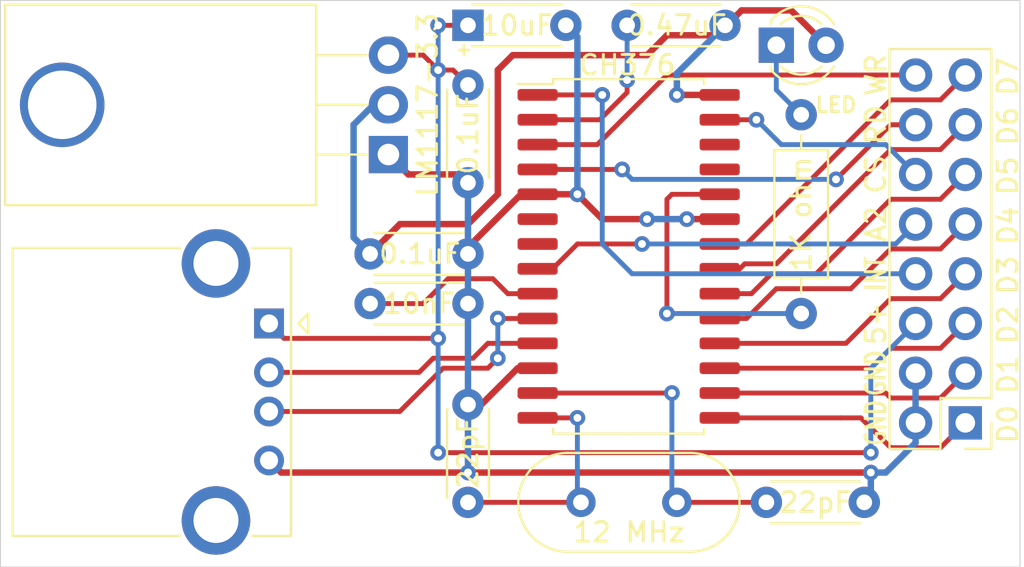
<source format=kicad_pcb>
(kicad_pcb (version 20171130) (host pcbnew "(5.1.8)-1")

  (general
    (thickness 1.6)
    (drawings 23)
    (tracks 196)
    (zones 0)
    (modules 14)
    (nets 29)
  )

  (page A4)
  (layers
    (0 F.Cu signal)
    (31 B.Cu signal)
    (32 B.Adhes user)
    (33 F.Adhes user)
    (34 B.Paste user)
    (35 F.Paste user)
    (36 B.SilkS user)
    (37 F.SilkS user)
    (38 B.Mask user)
    (39 F.Mask user)
    (40 Dwgs.User user)
    (41 Cmts.User user)
    (42 Eco1.User user)
    (43 Eco2.User user)
    (44 Edge.Cuts user)
    (45 Margin user)
    (46 B.CrtYd user)
    (47 F.CrtYd user)
    (48 B.Fab user)
    (49 F.Fab user)
  )

  (setup
    (last_trace_width 0.25)
    (trace_clearance 0.2)
    (zone_clearance 0.508)
    (zone_45_only no)
    (trace_min 0.2)
    (via_size 0.8)
    (via_drill 0.4)
    (via_min_size 0.4)
    (via_min_drill 0.3)
    (uvia_size 0.3)
    (uvia_drill 0.1)
    (uvias_allowed no)
    (uvia_min_size 0.2)
    (uvia_min_drill 0.1)
    (edge_width 0.05)
    (segment_width 0.2)
    (pcb_text_width 0.3)
    (pcb_text_size 1.5 1.5)
    (mod_edge_width 0.12)
    (mod_text_size 1 1)
    (mod_text_width 0.15)
    (pad_size 4.318 4.318)
    (pad_drill 3.500001)
    (pad_to_mask_clearance 0)
    (aux_axis_origin 0 0)
    (visible_elements 7FFFFFFF)
    (pcbplotparams
      (layerselection 0x010fc_ffffffff)
      (usegerberextensions false)
      (usegerberattributes false)
      (usegerberadvancedattributes true)
      (creategerberjobfile true)
      (excludeedgelayer true)
      (linewidth 0.100000)
      (plotframeref false)
      (viasonmask false)
      (mode 1)
      (useauxorigin false)
      (hpglpennumber 1)
      (hpglpenspeed 20)
      (hpglpendiameter 15.000000)
      (psnegative false)
      (psa4output false)
      (plotreference true)
      (plotvalue true)
      (plotinvisibletext false)
      (padsonsilk false)
      (subtractmaskfromsilk false)
      (outputformat 1)
      (mirror false)
      (drillshape 0)
      (scaleselection 1)
      (outputdirectory "Gerber/"))
  )

  (net 0 "")
  (net 1 /3v3)
  (net 2 /CS)
  (net 3 /LED_PIN)
  (net 4 /GND)
  (net 5 /D7)
  (net 6 /D6)
  (net 7 /D5)
  (net 8 /D4)
  (net 9 /D3)
  (net 10 /D2)
  (net 11 /D1)
  (net 12 /D0)
  (net 13 /D-)
  (net 14 /D+)
  (net 15 /A0)
  (net 16 /RD)
  (net 17 /WR)
  (net 18 /INT)
  (net 19 /5+)
  (net 20 /LED)
  (net 21 "Net-(U1-Pad26)")
  (net 22 "Net-(U1-Pad25)")
  (net 23 /XO)
  (net 24 /XI)
  (net 25 /PIN_9)
  (net 26 "Net-(U1-Pad7)")
  (net 27 "Net-(U1-Pad6)")
  (net 28 /RST)

  (net_class Default "This is the default net class."
    (clearance 0.2)
    (trace_width 0.25)
    (via_dia 0.8)
    (via_drill 0.4)
    (uvia_dia 0.3)
    (uvia_drill 0.1)
    (add_net /3v3)
    (add_net /5+)
    (add_net /A0)
    (add_net /CS)
    (add_net /D+)
    (add_net /D-)
    (add_net /D0)
    (add_net /D1)
    (add_net /D2)
    (add_net /D3)
    (add_net /D4)
    (add_net /D5)
    (add_net /D6)
    (add_net /D7)
    (add_net /GND)
    (add_net /INT)
    (add_net /LED)
    (add_net /LED_PIN)
    (add_net /PIN_9)
    (add_net /RD)
    (add_net /RST)
    (add_net /WR)
    (add_net /XI)
    (add_net /XO)
    (add_net "Net-(U1-Pad25)")
    (add_net "Net-(U1-Pad26)")
    (add_net "Net-(U1-Pad6)")
    (add_net "Net-(U1-Pad7)")
  )

  (module Package_TO_SOT_THT:TO-220-3_Horizontal_TabDown (layer F.Cu) (tedit 62A79036) (tstamp 62A78EAD)
    (at 143.764 92.202 90)
    (descr "TO-220-3, Horizontal, RM 2.54mm, see https://www.vishay.com/docs/66542/to-220-1.pdf")
    (tags "TO-220-3 Horizontal RM 2.54mm")
    (path /62A6FF9E)
    (fp_text reference U2 (at 2.54 -20.58 90) (layer F.SilkS) hide
      (effects (font (size 1 1) (thickness 0.15)))
    )
    (fp_text value LM1117-3.3 (at 2.54 2 90) (layer F.SilkS)
      (effects (font (size 1 1) (thickness 0.15)))
    )
    (fp_line (start 7.79 -19.71) (end -2.71 -19.71) (layer F.CrtYd) (width 0.05))
    (fp_line (start 7.79 1.25) (end 7.79 -19.71) (layer F.CrtYd) (width 0.05))
    (fp_line (start -2.71 1.25) (end 7.79 1.25) (layer F.CrtYd) (width 0.05))
    (fp_line (start -2.71 -19.71) (end -2.71 1.25) (layer F.CrtYd) (width 0.05))
    (fp_line (start 5.08 -3.69) (end 5.08 -1.15) (layer F.SilkS) (width 0.12))
    (fp_line (start 2.54 -3.69) (end 2.54 -1.15) (layer F.SilkS) (width 0.12))
    (fp_line (start 0 -3.69) (end 0 -1.15) (layer F.SilkS) (width 0.12))
    (fp_line (start 7.66 -19.58) (end 7.66 -3.69) (layer F.SilkS) (width 0.12))
    (fp_line (start -2.58 -19.58) (end -2.58 -3.69) (layer F.SilkS) (width 0.12))
    (fp_line (start -2.58 -19.58) (end 7.66 -19.58) (layer F.SilkS) (width 0.12))
    (fp_line (start -2.58 -3.69) (end 7.66 -3.69) (layer F.SilkS) (width 0.12))
    (fp_line (start 5.08 -3.81) (end 5.08 0) (layer F.Fab) (width 0.1))
    (fp_line (start 2.54 -3.81) (end 2.54 0) (layer F.Fab) (width 0.1))
    (fp_line (start 0 -3.81) (end 0 0) (layer F.Fab) (width 0.1))
    (fp_line (start 7.54 -3.81) (end -2.46 -3.81) (layer F.Fab) (width 0.1))
    (fp_line (start 7.54 -13.06) (end 7.54 -3.81) (layer F.Fab) (width 0.1))
    (fp_line (start -2.46 -13.06) (end 7.54 -13.06) (layer F.Fab) (width 0.1))
    (fp_line (start -2.46 -3.81) (end -2.46 -13.06) (layer F.Fab) (width 0.1))
    (fp_line (start 7.54 -13.06) (end -2.46 -13.06) (layer F.Fab) (width 0.1))
    (fp_line (start 7.54 -19.46) (end 7.54 -13.06) (layer F.Fab) (width 0.1))
    (fp_line (start -2.46 -19.46) (end 7.54 -19.46) (layer F.Fab) (width 0.1))
    (fp_line (start -2.46 -13.06) (end -2.46 -19.46) (layer F.Fab) (width 0.1))
    (fp_circle (center 2.54 -16.66) (end 4.39 -16.66) (layer F.Fab) (width 0.1))
    (fp_text user %R (at 2.54 -20.58 90) (layer F.Fab) hide
      (effects (font (size 1 1) (thickness 0.15)))
    )
    (pad 3 thru_hole oval (at 5.08 0 90) (size 1.905 2) (drill 1.1) (layers *.Cu *.Mask)
      (net 19 /5+))
    (pad 2 thru_hole oval (at 2.54 0 90) (size 1.905 2) (drill 1.1) (layers *.Cu *.Mask)
      (net 1 /3v3))
    (pad 1 thru_hole rect (at 0 0 90) (size 1.905 2) (drill 1.1) (layers *.Cu *.Mask)
      (net 4 /GND))
    (pad "" thru_hole oval (at 2.54 -16.66 90) (size 4.318 4.318) (drill 3.500001) (layers *.Cu *.Mask))
    (model ${KISYS3DMOD}/Package_TO_SOT_THT.3dshapes/TO-220-3_Horizontal_TabDown.wrl
      (at (xyz 0 0 0))
      (scale (xyz 1 1 1))
      (rotate (xyz 0 0 0))
    )
  )

  (module Capacitor_THT:C_Disc_D4.3mm_W1.9mm_P5.00mm (layer F.Cu) (tedit 5AE50EF0) (tstamp 62A768D8)
    (at 147.828 109.982 90)
    (descr "C, Disc series, Radial, pin pitch=5.00mm, , diameter*width=4.3*1.9mm^2, Capacitor, http://www.vishay.com/docs/45233/krseries.pdf")
    (tags "C Disc series Radial pin pitch 5.00mm  diameter 4.3mm width 1.9mm Capacitor")
    (path /62A6DD7B)
    (fp_text reference C5 (at 2.5 -2.2 90) (layer F.SilkS) hide
      (effects (font (size 1 1) (thickness 0.15)))
    )
    (fp_text value 22pF (at 2.54 0 90) (layer F.SilkS)
      (effects (font (size 1 1) (thickness 0.15)))
    )
    (fp_line (start 6.05 -1.2) (end -1.05 -1.2) (layer F.CrtYd) (width 0.05))
    (fp_line (start 6.05 1.2) (end 6.05 -1.2) (layer F.CrtYd) (width 0.05))
    (fp_line (start -1.05 1.2) (end 6.05 1.2) (layer F.CrtYd) (width 0.05))
    (fp_line (start -1.05 -1.2) (end -1.05 1.2) (layer F.CrtYd) (width 0.05))
    (fp_line (start 4.77 1.055) (end 4.77 1.07) (layer F.SilkS) (width 0.12))
    (fp_line (start 4.77 -1.07) (end 4.77 -1.055) (layer F.SilkS) (width 0.12))
    (fp_line (start 0.23 1.055) (end 0.23 1.07) (layer F.SilkS) (width 0.12))
    (fp_line (start 0.23 -1.07) (end 0.23 -1.055) (layer F.SilkS) (width 0.12))
    (fp_line (start 0.23 1.07) (end 4.77 1.07) (layer F.SilkS) (width 0.12))
    (fp_line (start 0.23 -1.07) (end 4.77 -1.07) (layer F.SilkS) (width 0.12))
    (fp_line (start 4.65 -0.95) (end 0.35 -0.95) (layer F.Fab) (width 0.1))
    (fp_line (start 4.65 0.95) (end 4.65 -0.95) (layer F.Fab) (width 0.1))
    (fp_line (start 0.35 0.95) (end 4.65 0.95) (layer F.Fab) (width 0.1))
    (fp_line (start 0.35 -0.95) (end 0.35 0.95) (layer F.Fab) (width 0.1))
    (fp_text user %R (at 2.5 0 90) (layer F.Fab) hide
      (effects (font (size 0.86 0.86) (thickness 0.129)))
    )
    (pad 2 thru_hole circle (at 5 0 90) (size 1.6 1.6) (drill 0.8) (layers *.Cu *.Mask)
      (net 4 /GND))
    (pad 1 thru_hole circle (at 0 0 90) (size 1.6 1.6) (drill 0.8) (layers *.Cu *.Mask)
      (net 23 /XO))
    (model ${KISYS3DMOD}/Capacitor_THT.3dshapes/C_Disc_D4.3mm_W1.9mm_P5.00mm.wrl
      (at (xyz 0 0 0))
      (scale (xyz 1 1 1))
      (rotate (xyz 0 0 0))
    )
  )

  (module Capacitor_THT:C_Disc_D4.3mm_W1.9mm_P5.00mm (layer F.Cu) (tedit 5AE50EF0) (tstamp 62A768C3)
    (at 163.068 109.982)
    (descr "C, Disc series, Radial, pin pitch=5.00mm, , diameter*width=4.3*1.9mm^2, Capacitor, http://www.vishay.com/docs/45233/krseries.pdf")
    (tags "C Disc series Radial pin pitch 5.00mm  diameter 4.3mm width 1.9mm Capacitor")
    (path /62A74798)
    (fp_text reference C4 (at 2.5 -2.2) (layer F.SilkS) hide
      (effects (font (size 1 1) (thickness 0.15)))
    )
    (fp_text value 22pF (at 2.5 0) (layer F.SilkS)
      (effects (font (size 1 1) (thickness 0.15)))
    )
    (fp_line (start 6.05 -1.2) (end -1.05 -1.2) (layer F.CrtYd) (width 0.05))
    (fp_line (start 6.05 1.2) (end 6.05 -1.2) (layer F.CrtYd) (width 0.05))
    (fp_line (start -1.05 1.2) (end 6.05 1.2) (layer F.CrtYd) (width 0.05))
    (fp_line (start -1.05 -1.2) (end -1.05 1.2) (layer F.CrtYd) (width 0.05))
    (fp_line (start 4.77 1.055) (end 4.77 1.07) (layer F.SilkS) (width 0.12))
    (fp_line (start 4.77 -1.07) (end 4.77 -1.055) (layer F.SilkS) (width 0.12))
    (fp_line (start 0.23 1.055) (end 0.23 1.07) (layer F.SilkS) (width 0.12))
    (fp_line (start 0.23 -1.07) (end 0.23 -1.055) (layer F.SilkS) (width 0.12))
    (fp_line (start 0.23 1.07) (end 4.77 1.07) (layer F.SilkS) (width 0.12))
    (fp_line (start 0.23 -1.07) (end 4.77 -1.07) (layer F.SilkS) (width 0.12))
    (fp_line (start 4.65 -0.95) (end 0.35 -0.95) (layer F.Fab) (width 0.1))
    (fp_line (start 4.65 0.95) (end 4.65 -0.95) (layer F.Fab) (width 0.1))
    (fp_line (start 0.35 0.95) (end 4.65 0.95) (layer F.Fab) (width 0.1))
    (fp_line (start 0.35 -0.95) (end 0.35 0.95) (layer F.Fab) (width 0.1))
    (fp_text user %R (at 2.5 0) (layer F.Fab) hide
      (effects (font (size 0.86 0.86) (thickness 0.129)))
    )
    (pad 2 thru_hole circle (at 5 0) (size 1.6 1.6) (drill 0.8) (layers *.Cu *.Mask)
      (net 4 /GND))
    (pad 1 thru_hole circle (at 0 0) (size 1.6 1.6) (drill 0.8) (layers *.Cu *.Mask)
      (net 24 /XI))
    (model ${KISYS3DMOD}/Capacitor_THT.3dshapes/C_Disc_D4.3mm_W1.9mm_P5.00mm.wrl
      (at (xyz 0 0 0))
      (scale (xyz 1 1 1))
      (rotate (xyz 0 0 0))
    )
  )

  (module Capacitor_THT:C_Disc_D4.3mm_W1.9mm_P5.00mm (layer F.Cu) (tedit 62A763D8) (tstamp 62A768AE)
    (at 147.828 85.598)
    (descr "C, Disc series, Radial, pin pitch=5.00mm, , diameter*width=4.3*1.9mm^2, Capacitor, http://www.vishay.com/docs/45233/krseries.pdf")
    (tags "C Disc series Radial pin pitch 5.00mm  diameter 4.3mm width 1.9mm Capacitor")
    (path /62A6E0AD)
    (fp_text reference C3 (at 2.5 -2.2) (layer F.SilkS) hide
      (effects (font (size 1 1) (thickness 0.15)))
    )
    (fp_text value 10uF (at 2.5 0) (layer F.SilkS)
      (effects (font (size 1 1) (thickness 0.15)))
    )
    (fp_line (start 6.05 -1.2) (end -1.05 -1.2) (layer F.CrtYd) (width 0.05))
    (fp_line (start 6.05 1.2) (end 6.05 -1.2) (layer F.CrtYd) (width 0.05))
    (fp_line (start -1.05 1.2) (end 6.05 1.2) (layer F.CrtYd) (width 0.05))
    (fp_line (start -1.05 -1.2) (end -1.05 1.2) (layer F.CrtYd) (width 0.05))
    (fp_line (start 4.77 1.055) (end 4.77 1.07) (layer F.SilkS) (width 0.12))
    (fp_line (start 4.77 -1.07) (end 4.77 -1.055) (layer F.SilkS) (width 0.12))
    (fp_line (start 0.23 1.055) (end 0.23 1.07) (layer F.SilkS) (width 0.12))
    (fp_line (start 0.23 -1.07) (end 0.23 -1.055) (layer F.SilkS) (width 0.12))
    (fp_line (start 0.23 1.07) (end 4.77 1.07) (layer F.SilkS) (width 0.12))
    (fp_line (start 0.23 -1.07) (end 4.77 -1.07) (layer F.SilkS) (width 0.12))
    (fp_line (start 4.65 -0.95) (end 0.35 -0.95) (layer F.Fab) (width 0.1))
    (fp_line (start 4.65 0.95) (end 4.65 -0.95) (layer F.Fab) (width 0.1))
    (fp_line (start 0.35 0.95) (end 4.65 0.95) (layer F.Fab) (width 0.1))
    (fp_line (start 0.35 -0.95) (end 0.35 0.95) (layer F.Fab) (width 0.1))
    (fp_text user %R (at 2.5 0) (layer F.Fab) hide
      (effects (font (size 0.86 0.86) (thickness 0.129)))
    )
    (pad 2 thru_hole circle (at 5 0) (size 1.6 1.6) (drill 0.8) (layers *.Cu *.Mask)
      (net 4 /GND))
    (pad 1 thru_hole rect (at 0 0) (size 1.6 1.6) (drill 0.8) (layers *.Cu *.Mask)
      (net 19 /5+))
    (model ${KISYS3DMOD}/Capacitor_THT.3dshapes/C_Disc_D4.3mm_W1.9mm_P5.00mm.wrl
      (at (xyz 0 0 0))
      (scale (xyz 1 1 1))
      (rotate (xyz 0 0 0))
    )
  )

  (module Capacitor_THT:C_Disc_D4.3mm_W1.9mm_P5.00mm (layer F.Cu) (tedit 5AE50EF0) (tstamp 62A76899)
    (at 142.828 99.822)
    (descr "C, Disc series, Radial, pin pitch=5.00mm, , diameter*width=4.3*1.9mm^2, Capacitor, http://www.vishay.com/docs/45233/krseries.pdf")
    (tags "C Disc series Radial pin pitch 5.00mm  diameter 4.3mm width 1.9mm Capacitor")
    (path /62A73B27)
    (fp_text reference C2 (at 2.5 -2.2) (layer F.SilkS) hide
      (effects (font (size 1 1) (thickness 0.15)))
    )
    (fp_text value 10nF (at 2.5 0) (layer F.SilkS)
      (effects (font (size 1 1) (thickness 0.15)))
    )
    (fp_line (start 6.05 -1.2) (end -1.05 -1.2) (layer F.CrtYd) (width 0.05))
    (fp_line (start 6.05 1.2) (end 6.05 -1.2) (layer F.CrtYd) (width 0.05))
    (fp_line (start -1.05 1.2) (end 6.05 1.2) (layer F.CrtYd) (width 0.05))
    (fp_line (start -1.05 -1.2) (end -1.05 1.2) (layer F.CrtYd) (width 0.05))
    (fp_line (start 4.77 1.055) (end 4.77 1.07) (layer F.SilkS) (width 0.12))
    (fp_line (start 4.77 -1.07) (end 4.77 -1.055) (layer F.SilkS) (width 0.12))
    (fp_line (start 0.23 1.055) (end 0.23 1.07) (layer F.SilkS) (width 0.12))
    (fp_line (start 0.23 -1.07) (end 0.23 -1.055) (layer F.SilkS) (width 0.12))
    (fp_line (start 0.23 1.07) (end 4.77 1.07) (layer F.SilkS) (width 0.12))
    (fp_line (start 0.23 -1.07) (end 4.77 -1.07) (layer F.SilkS) (width 0.12))
    (fp_line (start 4.65 -0.95) (end 0.35 -0.95) (layer F.Fab) (width 0.1))
    (fp_line (start 4.65 0.95) (end 4.65 -0.95) (layer F.Fab) (width 0.1))
    (fp_line (start 0.35 0.95) (end 4.65 0.95) (layer F.Fab) (width 0.1))
    (fp_line (start 0.35 -0.95) (end 0.35 0.95) (layer F.Fab) (width 0.1))
    (fp_text user %R (at 2.5 0) (layer F.Fab) hide
      (effects (font (size 0.86 0.86) (thickness 0.129)))
    )
    (pad 2 thru_hole circle (at 5 0) (size 1.6 1.6) (drill 0.8) (layers *.Cu *.Mask)
      (net 4 /GND))
    (pad 1 thru_hole circle (at 0 0) (size 1.6 1.6) (drill 0.8) (layers *.Cu *.Mask)
      (net 25 /PIN_9))
    (model ${KISYS3DMOD}/Capacitor_THT.3dshapes/C_Disc_D4.3mm_W1.9mm_P5.00mm.wrl
      (at (xyz 0 0 0))
      (scale (xyz 1 1 1))
      (rotate (xyz 0 0 0))
    )
  )

  (module Capacitor_THT:C_Disc_D4.3mm_W1.9mm_P5.00mm (layer F.Cu) (tedit 5AE50EF0) (tstamp 62A76884)
    (at 160.956 85.598 180)
    (descr "C, Disc series, Radial, pin pitch=5.00mm, , diameter*width=4.3*1.9mm^2, Capacitor, http://www.vishay.com/docs/45233/krseries.pdf")
    (tags "C Disc series Radial pin pitch 5.00mm  diameter 4.3mm width 1.9mm Capacitor")
    (path /62A76E19)
    (fp_text reference C1 (at 2.5 -2.2) (layer F.SilkS) hide
      (effects (font (size 1 1) (thickness 0.15)))
    )
    (fp_text value 0.47uF (at 2.46 0) (layer F.SilkS)
      (effects (font (size 1 1) (thickness 0.15)))
    )
    (fp_line (start 6.05 -1.2) (end -1.05 -1.2) (layer F.CrtYd) (width 0.05))
    (fp_line (start 6.05 1.2) (end 6.05 -1.2) (layer F.CrtYd) (width 0.05))
    (fp_line (start -1.05 1.2) (end 6.05 1.2) (layer F.CrtYd) (width 0.05))
    (fp_line (start -1.05 -1.2) (end -1.05 1.2) (layer F.CrtYd) (width 0.05))
    (fp_line (start 4.77 1.055) (end 4.77 1.07) (layer F.SilkS) (width 0.12))
    (fp_line (start 4.77 -1.07) (end 4.77 -1.055) (layer F.SilkS) (width 0.12))
    (fp_line (start 0.23 1.055) (end 0.23 1.07) (layer F.SilkS) (width 0.12))
    (fp_line (start 0.23 -1.07) (end 0.23 -1.055) (layer F.SilkS) (width 0.12))
    (fp_line (start 0.23 1.07) (end 4.77 1.07) (layer F.SilkS) (width 0.12))
    (fp_line (start 0.23 -1.07) (end 4.77 -1.07) (layer F.SilkS) (width 0.12))
    (fp_line (start 4.65 -0.95) (end 0.35 -0.95) (layer F.Fab) (width 0.1))
    (fp_line (start 4.65 0.95) (end 4.65 -0.95) (layer F.Fab) (width 0.1))
    (fp_line (start 0.35 0.95) (end 4.65 0.95) (layer F.Fab) (width 0.1))
    (fp_line (start 0.35 -0.95) (end 0.35 0.95) (layer F.Fab) (width 0.1))
    (fp_text user %R (at 2.5 0) (layer F.Fab) hide
      (effects (font (size 0.86 0.86) (thickness 0.129)))
    )
    (pad 2 thru_hole circle (at 5 0 180) (size 1.6 1.6) (drill 0.8) (layers *.Cu *.Mask)
      (net 28 /RST))
    (pad 1 thru_hole circle (at 0 0 180) (size 1.6 1.6) (drill 0.8) (layers *.Cu *.Mask)
      (net 1 /3v3))
    (model ${KISYS3DMOD}/Capacitor_THT.3dshapes/C_Disc_D4.3mm_W1.9mm_P5.00mm.wrl
      (at (xyz 0 0 0))
      (scale (xyz 1 1 1))
      (rotate (xyz 0 0 0))
    )
  )

  (module Connector_USB:USB_A_CONNFLY_DS1095-WNR0 (layer F.Cu) (tedit 5E39FFBD) (tstamp 62A6B5AB)
    (at 137.668 100.838 270)
    (descr http://www.connfly.com/userfiles/image/UpLoadFile/File/2013/5/6/DS1095.pdf)
    (tags "USB-A receptacle horizontal through-hole")
    (path /62A72611)
    (fp_text reference USB1 (at -1.95 -2.35 90) (layer F.SilkS) hide
      (effects (font (size 1 1) (thickness 0.15)))
    )
    (fp_text value Conn_01x04 (at 3.5 7 90) (layer F.Fab) hide
      (effects (font (size 1 1) (thickness 0.15)))
    )
    (fp_line (start -3.75 -0.13) (end -3.75 12.99) (layer F.Fab) (width 0.1))
    (fp_line (start 10.75 -1.01) (end 10.75 12.99) (layer F.Fab) (width 0.1))
    (fp_line (start -2.87 -1.01) (end 10.75 -1.01) (layer F.Fab) (width 0.1))
    (fp_line (start -3.75 12.99) (end 10.75 12.99) (layer F.Fab) (width 0.1))
    (fp_line (start -2.87 -1.01) (end -3.75 -0.13) (layer F.Fab) (width 0.1))
    (fp_line (start -5.32 -1.51) (end -5.32 13.49) (layer F.CrtYd) (width 0.05))
    (fp_line (start 12.32 13.49) (end -5.32 13.49) (layer F.CrtYd) (width 0.05))
    (fp_line (start 12.32 -1.51) (end 12.32 13.49) (layer F.CrtYd) (width 0.05))
    (fp_line (start -5.32 -1.51) (end 12.32 -1.51) (layer F.CrtYd) (width 0.05))
    (fp_line (start -3.86 4.56) (end -3.86 13.1) (layer F.SilkS) (width 0.12))
    (fp_line (start -3.86 13.1) (end 10.86 13.1) (layer F.SilkS) (width 0.12))
    (fp_line (start 10.86 4.56) (end 10.86 13.1) (layer F.SilkS) (width 0.12))
    (fp_line (start -3.86 -1.12) (end 10.86 -1.12) (layer F.SilkS) (width 0.12))
    (fp_line (start -3.86 -1.12) (end -3.86 0.86) (layer F.SilkS) (width 0.12))
    (fp_line (start 10.86 0.86) (end 10.86 -1.12) (layer F.SilkS) (width 0.12))
    (fp_line (start -0.5 -2) (end 0 -1.5) (layer F.SilkS) (width 0.12))
    (fp_line (start 0 -1.5) (end 0.5 -2) (layer F.SilkS) (width 0.12))
    (fp_line (start 0.5 -2) (end -0.5 -2) (layer F.SilkS) (width 0.12))
    (fp_text user %R (at 3.5 5 90) (layer F.Fab) hide
      (effects (font (size 1 1) (thickness 0.15)))
    )
    (pad 4 thru_hole circle (at 7 0 270) (size 1.524 1.524) (drill 0.92) (layers *.Cu *.Mask)
      (net 4 /GND))
    (pad 3 thru_hole circle (at 4.5 0 270) (size 1.524 1.524) (drill 0.92) (layers *.Cu *.Mask)
      (net 14 /D+))
    (pad 2 thru_hole circle (at 2.5 0 270) (size 1.524 1.524) (drill 0.92) (layers *.Cu *.Mask)
      (net 13 /D-))
    (pad 1 thru_hole rect (at 0 0 270) (size 1.524 1.524) (drill 0.92) (layers *.Cu *.Mask)
      (net 19 /5+))
    (pad 5 thru_hole circle (at -3.07 2.71 270) (size 3.5 3.5) (drill 2.3) (layers *.Cu *.Mask))
    (pad 5 thru_hole circle (at 10.07 2.71 270) (size 3.5 3.5) (drill 2.3) (layers *.Cu *.Mask))
    (model ${KISYS3DMOD}/Connector_USB.3dshapes/USB_A_CONNFLY_DS1095-WNR0.wrl
      (at (xyz 0 0 0))
      (scale (xyz 1 1 1))
      (rotate (xyz 0 0 0))
    )
  )

  (module Crystal:Crystal_HC18-U_Vertical (layer F.Cu) (tedit 5A1AD3B7) (tstamp 62A6AABC)
    (at 158.496 109.982 180)
    (descr "Crystal THT HC-18/U, http://5hertz.com/pdfs/04404_D.pdf")
    (tags "THT crystalHC-18/U")
    (path /62A74D7A)
    (fp_text reference Y2 (at 2.45 -3.525) (layer F.SilkS) hide
      (effects (font (size 1 1) (thickness 0.15)))
    )
    (fp_text value "12 MHz" (at 2.45 -1.524) (layer F.SilkS)
      (effects (font (size 1 1) (thickness 0.15)))
    )
    (fp_line (start -0.675 -2.325) (end 5.575 -2.325) (layer F.Fab) (width 0.1))
    (fp_line (start -0.675 2.325) (end 5.575 2.325) (layer F.Fab) (width 0.1))
    (fp_line (start -0.55 -2) (end 5.45 -2) (layer F.Fab) (width 0.1))
    (fp_line (start -0.55 2) (end 5.45 2) (layer F.Fab) (width 0.1))
    (fp_line (start -0.675 -2.525) (end 5.575 -2.525) (layer F.SilkS) (width 0.12))
    (fp_line (start -0.675 2.525) (end 5.575 2.525) (layer F.SilkS) (width 0.12))
    (fp_line (start -3.5 -2.8) (end -3.5 2.8) (layer F.CrtYd) (width 0.05))
    (fp_line (start -3.5 2.8) (end 8.4 2.8) (layer F.CrtYd) (width 0.05))
    (fp_line (start 8.4 2.8) (end 8.4 -2.8) (layer F.CrtYd) (width 0.05))
    (fp_line (start 8.4 -2.8) (end -3.5 -2.8) (layer F.CrtYd) (width 0.05))
    (fp_arc (start 5.575 0) (end 5.575 -2.525) (angle 180) (layer F.SilkS) (width 0.12))
    (fp_arc (start -0.675 0) (end -0.675 -2.525) (angle -180) (layer F.SilkS) (width 0.12))
    (fp_arc (start 5.45 0) (end 5.45 -2) (angle 180) (layer F.Fab) (width 0.1))
    (fp_arc (start -0.55 0) (end -0.55 -2) (angle -180) (layer F.Fab) (width 0.1))
    (fp_arc (start 5.575 0) (end 5.575 -2.325) (angle 180) (layer F.Fab) (width 0.1))
    (fp_arc (start -0.675 0) (end -0.675 -2.325) (angle -180) (layer F.Fab) (width 0.1))
    (fp_text user %R (at 2.45 0) (layer F.Fab) hide
      (effects (font (size 1 1) (thickness 0.15)))
    )
    (pad 2 thru_hole circle (at 4.9 0 180) (size 1.5 1.5) (drill 0.8) (layers *.Cu *.Mask)
      (net 23 /XO))
    (pad 1 thru_hole circle (at 0 0 180) (size 1.5 1.5) (drill 0.8) (layers *.Cu *.Mask)
      (net 24 /XI))
    (model ${KISYS3DMOD}/Crystal.3dshapes/Crystal_HC18-U_Vertical.wrl
      (at (xyz 0 0 0))
      (scale (xyz 1 1 1))
      (rotate (xyz 0 0 0))
    )
  )

  (module Package_SO:SOIC-28W_7.5x17.9mm_P1.27mm (layer F.Cu) (tedit 5D9F72B1) (tstamp 62A6AAA5)
    (at 156.034 97.409)
    (descr "SOIC, 28 Pin (JEDEC MS-013AE, https://www.analog.com/media/en/package-pcb-resources/package/35833120341221rw_28.pdf), generated with kicad-footprint-generator ipc_gullwing_generator.py")
    (tags "SOIC SO")
    (path /62A77ABA)
    (attr smd)
    (fp_text reference U1 (at 0 -9.9) (layer F.SilkS) hide
      (effects (font (size 1 1) (thickness 0.15)))
    )
    (fp_text value CH376 (at -0.078 -9.779) (layer F.SilkS)
      (effects (font (size 1 1) (thickness 0.15)))
    )
    (fp_line (start 0 9.06) (end 3.86 9.06) (layer F.SilkS) (width 0.12))
    (fp_line (start 3.86 9.06) (end 3.86 8.815) (layer F.SilkS) (width 0.12))
    (fp_line (start 0 9.06) (end -3.86 9.06) (layer F.SilkS) (width 0.12))
    (fp_line (start -3.86 9.06) (end -3.86 8.815) (layer F.SilkS) (width 0.12))
    (fp_line (start 0 -9.06) (end 3.86 -9.06) (layer F.SilkS) (width 0.12))
    (fp_line (start 3.86 -9.06) (end 3.86 -8.815) (layer F.SilkS) (width 0.12))
    (fp_line (start 0 -9.06) (end -3.86 -9.06) (layer F.SilkS) (width 0.12))
    (fp_line (start -3.86 -9.06) (end -3.86 -8.815) (layer F.SilkS) (width 0.12))
    (fp_line (start -3.86 -8.815) (end -5.675 -8.815) (layer F.SilkS) (width 0.12))
    (fp_line (start -2.75 -8.95) (end 3.75 -8.95) (layer F.Fab) (width 0.1))
    (fp_line (start 3.75 -8.95) (end 3.75 8.95) (layer F.Fab) (width 0.1))
    (fp_line (start 3.75 8.95) (end -3.75 8.95) (layer F.Fab) (width 0.1))
    (fp_line (start -3.75 8.95) (end -3.75 -7.95) (layer F.Fab) (width 0.1))
    (fp_line (start -3.75 -7.95) (end -2.75 -8.95) (layer F.Fab) (width 0.1))
    (fp_line (start -5.93 -9.2) (end -5.93 9.2) (layer F.CrtYd) (width 0.05))
    (fp_line (start -5.93 9.2) (end 5.93 9.2) (layer F.CrtYd) (width 0.05))
    (fp_line (start 5.93 9.2) (end 5.93 -9.2) (layer F.CrtYd) (width 0.05))
    (fp_line (start 5.93 -9.2) (end -5.93 -9.2) (layer F.CrtYd) (width 0.05))
    (fp_text user %R (at 0 0) (layer F.Fab) hide
      (effects (font (size 1 1) (thickness 0.15)))
    )
    (pad 28 smd roundrect (at 4.65 -8.255) (size 2.05 0.6) (layers F.Cu F.Paste F.Mask) (roundrect_rratio 0.25)
      (net 1 /3v3))
    (pad 27 smd roundrect (at 4.65 -6.985) (size 2.05 0.6) (layers F.Cu F.Paste F.Mask) (roundrect_rratio 0.25)
      (net 2 /CS))
    (pad 26 smd roundrect (at 4.65 -5.715) (size 2.05 0.6) (layers F.Cu F.Paste F.Mask) (roundrect_rratio 0.25)
      (net 21 "Net-(U1-Pad26)"))
    (pad 25 smd roundrect (at 4.65 -4.445) (size 2.05 0.6) (layers F.Cu F.Paste F.Mask) (roundrect_rratio 0.25)
      (net 22 "Net-(U1-Pad25)"))
    (pad 24 smd roundrect (at 4.65 -3.175) (size 2.05 0.6) (layers F.Cu F.Paste F.Mask) (roundrect_rratio 0.25)
      (net 3 /LED_PIN))
    (pad 23 smd roundrect (at 4.65 -1.905) (size 2.05 0.6) (layers F.Cu F.Paste F.Mask) (roundrect_rratio 0.25)
      (net 4 /GND))
    (pad 22 smd roundrect (at 4.65 -0.635) (size 2.05 0.6) (layers F.Cu F.Paste F.Mask) (roundrect_rratio 0.25)
      (net 5 /D7))
    (pad 21 smd roundrect (at 4.65 0.635) (size 2.05 0.6) (layers F.Cu F.Paste F.Mask) (roundrect_rratio 0.25)
      (net 6 /D6))
    (pad 20 smd roundrect (at 4.65 1.905) (size 2.05 0.6) (layers F.Cu F.Paste F.Mask) (roundrect_rratio 0.25)
      (net 7 /D5))
    (pad 19 smd roundrect (at 4.65 3.175) (size 2.05 0.6) (layers F.Cu F.Paste F.Mask) (roundrect_rratio 0.25)
      (net 8 /D4))
    (pad 18 smd roundrect (at 4.65 4.445) (size 2.05 0.6) (layers F.Cu F.Paste F.Mask) (roundrect_rratio 0.25)
      (net 9 /D3))
    (pad 17 smd roundrect (at 4.65 5.715) (size 2.05 0.6) (layers F.Cu F.Paste F.Mask) (roundrect_rratio 0.25)
      (net 10 /D2))
    (pad 16 smd roundrect (at 4.65 6.985) (size 2.05 0.6) (layers F.Cu F.Paste F.Mask) (roundrect_rratio 0.25)
      (net 11 /D1))
    (pad 15 smd roundrect (at 4.65 8.255) (size 2.05 0.6) (layers F.Cu F.Paste F.Mask) (roundrect_rratio 0.25)
      (net 12 /D0))
    (pad 14 smd roundrect (at -4.65 8.255) (size 2.05 0.6) (layers F.Cu F.Paste F.Mask) (roundrect_rratio 0.25)
      (net 23 /XO))
    (pad 13 smd roundrect (at -4.65 6.985) (size 2.05 0.6) (layers F.Cu F.Paste F.Mask) (roundrect_rratio 0.25)
      (net 24 /XI))
    (pad 12 smd roundrect (at -4.65 5.715) (size 2.05 0.6) (layers F.Cu F.Paste F.Mask) (roundrect_rratio 0.25)
      (net 4 /GND))
    (pad 11 smd roundrect (at -4.65 4.445) (size 2.05 0.6) (layers F.Cu F.Paste F.Mask) (roundrect_rratio 0.25)
      (net 13 /D-))
    (pad 10 smd roundrect (at -4.65 3.175) (size 2.05 0.6) (layers F.Cu F.Paste F.Mask) (roundrect_rratio 0.25)
      (net 14 /D+))
    (pad 9 smd roundrect (at -4.65 1.905) (size 2.05 0.6) (layers F.Cu F.Paste F.Mask) (roundrect_rratio 0.25)
      (net 25 /PIN_9))
    (pad 8 smd roundrect (at -4.65 0.635) (size 2.05 0.6) (layers F.Cu F.Paste F.Mask) (roundrect_rratio 0.25)
      (net 15 /A0))
    (pad 7 smd roundrect (at -4.65 -0.635) (size 2.05 0.6) (layers F.Cu F.Paste F.Mask) (roundrect_rratio 0.25)
      (net 26 "Net-(U1-Pad7)"))
    (pad 6 smd roundrect (at -4.65 -1.905) (size 2.05 0.6) (layers F.Cu F.Paste F.Mask) (roundrect_rratio 0.25)
      (net 27 "Net-(U1-Pad6)"))
    (pad 5 smd roundrect (at -4.65 -3.175) (size 2.05 0.6) (layers F.Cu F.Paste F.Mask) (roundrect_rratio 0.25)
      (net 4 /GND))
    (pad 4 smd roundrect (at -4.65 -4.445) (size 2.05 0.6) (layers F.Cu F.Paste F.Mask) (roundrect_rratio 0.25)
      (net 16 /RD))
    (pad 3 smd roundrect (at -4.65 -5.715) (size 2.05 0.6) (layers F.Cu F.Paste F.Mask) (roundrect_rratio 0.25)
      (net 17 /WR))
    (pad 2 smd roundrect (at -4.65 -6.985) (size 2.05 0.6) (layers F.Cu F.Paste F.Mask) (roundrect_rratio 0.25)
      (net 28 /RST))
    (pad 1 smd roundrect (at -4.65 -8.255) (size 2.05 0.6) (layers F.Cu F.Paste F.Mask) (roundrect_rratio 0.25)
      (net 18 /INT))
    (model ${KISYS3DMOD}/Package_SO.3dshapes/SOIC-28W_7.5x17.9mm_P1.27mm.wrl
      (at (xyz 0 0 0))
      (scale (xyz 1 1 1))
      (rotate (xyz 0 0 0))
    )
  )

  (module Resistor_THT:R_Axial_DIN0207_L6.3mm_D2.5mm_P10.16mm_Horizontal (layer F.Cu) (tedit 5AE5139B) (tstamp 62A6AA72)
    (at 164.846 90.17 270)
    (descr "Resistor, Axial_DIN0207 series, Axial, Horizontal, pin pitch=10.16mm, 0.25W = 1/4W, length*diameter=6.3*2.5mm^2, http://cdn-reichelt.de/documents/datenblatt/B400/1_4W%23YAG.pdf")
    (tags "Resistor Axial_DIN0207 series Axial Horizontal pin pitch 10.16mm 0.25W = 1/4W length 6.3mm diameter 2.5mm")
    (path /62A7DB58)
    (fp_text reference R2 (at 5.08 -2.37 90) (layer F.SilkS) hide
      (effects (font (size 1 1) (thickness 0.15)))
    )
    (fp_text value "1K ohm" (at 5.08 0 90) (layer F.SilkS)
      (effects (font (size 1 1) (thickness 0.15)))
    )
    (fp_line (start 1.93 -1.25) (end 1.93 1.25) (layer F.Fab) (width 0.1))
    (fp_line (start 1.93 1.25) (end 8.23 1.25) (layer F.Fab) (width 0.1))
    (fp_line (start 8.23 1.25) (end 8.23 -1.25) (layer F.Fab) (width 0.1))
    (fp_line (start 8.23 -1.25) (end 1.93 -1.25) (layer F.Fab) (width 0.1))
    (fp_line (start 0 0) (end 1.93 0) (layer F.Fab) (width 0.1))
    (fp_line (start 10.16 0) (end 8.23 0) (layer F.Fab) (width 0.1))
    (fp_line (start 1.81 -1.37) (end 1.81 1.37) (layer F.SilkS) (width 0.12))
    (fp_line (start 1.81 1.37) (end 8.35 1.37) (layer F.SilkS) (width 0.12))
    (fp_line (start 8.35 1.37) (end 8.35 -1.37) (layer F.SilkS) (width 0.12))
    (fp_line (start 8.35 -1.37) (end 1.81 -1.37) (layer F.SilkS) (width 0.12))
    (fp_line (start 1.04 0) (end 1.81 0) (layer F.SilkS) (width 0.12))
    (fp_line (start 9.12 0) (end 8.35 0) (layer F.SilkS) (width 0.12))
    (fp_line (start -1.05 -1.5) (end -1.05 1.5) (layer F.CrtYd) (width 0.05))
    (fp_line (start -1.05 1.5) (end 11.21 1.5) (layer F.CrtYd) (width 0.05))
    (fp_line (start 11.21 1.5) (end 11.21 -1.5) (layer F.CrtYd) (width 0.05))
    (fp_line (start 11.21 -1.5) (end -1.05 -1.5) (layer F.CrtYd) (width 0.05))
    (fp_text user %R (at 5.08 0 90) (layer F.Fab) hide
      (effects (font (size 1 1) (thickness 0.15)))
    )
    (pad 2 thru_hole oval (at 10.16 0 270) (size 1.6 1.6) (drill 0.8) (layers *.Cu *.Mask)
      (net 3 /LED_PIN))
    (pad 1 thru_hole circle (at 0 0 270) (size 1.6 1.6) (drill 0.8) (layers *.Cu *.Mask)
      (net 20 /LED))
    (model ${KISYS3DMOD}/Resistor_THT.3dshapes/R_Axial_DIN0207_L6.3mm_D2.5mm_P10.16mm_Horizontal.wrl
      (at (xyz 0 0 0))
      (scale (xyz 1 1 1))
      (rotate (xyz 0 0 0))
    )
  )

  (module Connector_PinHeader_2.54mm:PinHeader_2x08_P2.54mm_Vertical (layer F.Cu) (tedit 59FED5CC) (tstamp 62A6AA5B)
    (at 173.228 105.918 180)
    (descr "Through hole straight pin header, 2x08, 2.54mm pitch, double rows")
    (tags "Through hole pin header THT 2x08 2.54mm double row")
    (path /62A7F2FF)
    (fp_text reference P1 (at 1.27 -2.33) (layer F.SilkS) hide
      (effects (font (size 1 1) (thickness 0.15)))
    )
    (fp_text value HEADER (at 1.27 20.11) (layer F.Fab) hide
      (effects (font (size 1 1) (thickness 0.15)))
    )
    (fp_line (start 0 -1.27) (end 3.81 -1.27) (layer F.Fab) (width 0.1))
    (fp_line (start 3.81 -1.27) (end 3.81 19.05) (layer F.Fab) (width 0.1))
    (fp_line (start 3.81 19.05) (end -1.27 19.05) (layer F.Fab) (width 0.1))
    (fp_line (start -1.27 19.05) (end -1.27 0) (layer F.Fab) (width 0.1))
    (fp_line (start -1.27 0) (end 0 -1.27) (layer F.Fab) (width 0.1))
    (fp_line (start -1.33 19.11) (end 3.87 19.11) (layer F.SilkS) (width 0.12))
    (fp_line (start -1.33 1.27) (end -1.33 19.11) (layer F.SilkS) (width 0.12))
    (fp_line (start 3.87 -1.33) (end 3.87 19.11) (layer F.SilkS) (width 0.12))
    (fp_line (start -1.33 1.27) (end 1.27 1.27) (layer F.SilkS) (width 0.12))
    (fp_line (start 1.27 1.27) (end 1.27 -1.33) (layer F.SilkS) (width 0.12))
    (fp_line (start 1.27 -1.33) (end 3.87 -1.33) (layer F.SilkS) (width 0.12))
    (fp_line (start -1.33 0) (end -1.33 -1.33) (layer F.SilkS) (width 0.12))
    (fp_line (start -1.33 -1.33) (end 0 -1.33) (layer F.SilkS) (width 0.12))
    (fp_line (start -1.8 -1.8) (end -1.8 19.55) (layer F.CrtYd) (width 0.05))
    (fp_line (start -1.8 19.55) (end 4.35 19.55) (layer F.CrtYd) (width 0.05))
    (fp_line (start 4.35 19.55) (end 4.35 -1.8) (layer F.CrtYd) (width 0.05))
    (fp_line (start 4.35 -1.8) (end -1.8 -1.8) (layer F.CrtYd) (width 0.05))
    (fp_text user %R (at 1.27 8.89 90) (layer F.Fab) hide
      (effects (font (size 1 1) (thickness 0.15)))
    )
    (pad 16 thru_hole oval (at 2.54 17.78 180) (size 1.7 1.7) (drill 1) (layers *.Cu *.Mask)
      (net 17 /WR))
    (pad 15 thru_hole oval (at 0 17.78 180) (size 1.7 1.7) (drill 1) (layers *.Cu *.Mask)
      (net 5 /D7))
    (pad 14 thru_hole oval (at 2.54 15.24 180) (size 1.7 1.7) (drill 1) (layers *.Cu *.Mask)
      (net 16 /RD))
    (pad 13 thru_hole oval (at 0 15.24 180) (size 1.7 1.7) (drill 1) (layers *.Cu *.Mask)
      (net 6 /D6))
    (pad 12 thru_hole oval (at 2.54 12.7 180) (size 1.7 1.7) (drill 1) (layers *.Cu *.Mask)
      (net 2 /CS))
    (pad 11 thru_hole oval (at 0 12.7 180) (size 1.7 1.7) (drill 1) (layers *.Cu *.Mask)
      (net 7 /D5))
    (pad 10 thru_hole oval (at 2.54 10.16 180) (size 1.7 1.7) (drill 1) (layers *.Cu *.Mask)
      (net 15 /A0))
    (pad 9 thru_hole oval (at 0 10.16 180) (size 1.7 1.7) (drill 1) (layers *.Cu *.Mask)
      (net 8 /D4))
    (pad 8 thru_hole oval (at 2.54 7.62 180) (size 1.7 1.7) (drill 1) (layers *.Cu *.Mask)
      (net 18 /INT))
    (pad 7 thru_hole oval (at 0 7.62 180) (size 1.7 1.7) (drill 1) (layers *.Cu *.Mask)
      (net 9 /D3))
    (pad 6 thru_hole oval (at 2.54 5.08 180) (size 1.7 1.7) (drill 1) (layers *.Cu *.Mask)
      (net 19 /5+))
    (pad 5 thru_hole oval (at 0 5.08 180) (size 1.7 1.7) (drill 1) (layers *.Cu *.Mask)
      (net 10 /D2))
    (pad 4 thru_hole oval (at 2.54 2.54 180) (size 1.7 1.7) (drill 1) (layers *.Cu *.Mask)
      (net 4 /GND))
    (pad 3 thru_hole oval (at 0 2.54 180) (size 1.7 1.7) (drill 1) (layers *.Cu *.Mask)
      (net 11 /D1))
    (pad 2 thru_hole oval (at 2.54 0 180) (size 1.7 1.7) (drill 1) (layers *.Cu *.Mask)
      (net 4 /GND))
    (pad 1 thru_hole rect (at 0 0 180) (size 1.7 1.7) (drill 1) (layers *.Cu *.Mask)
      (net 12 /D0))
    (model ${KISYS3DMOD}/Connector_PinHeader_2.54mm.3dshapes/PinHeader_2x08_P2.54mm_Vertical.wrl
      (at (xyz 0 0 0))
      (scale (xyz 1 1 1))
      (rotate (xyz 0 0 0))
    )
  )

  (module LED_THT:LED_D3.0mm (layer F.Cu) (tedit 587A3A7B) (tstamp 62A6AA35)
    (at 163.576 86.614)
    (descr "LED, diameter 3.0mm, 2 pins")
    (tags "LED diameter 3.0mm 2 pins")
    (path /62A7C9C5)
    (fp_text reference D1 (at 1.27 -2.96) (layer F.SilkS) hide
      (effects (font (size 1 1) (thickness 0.15)))
    )
    (fp_text value LED (at 3.048 3.048) (layer F.SilkS)
      (effects (font (size 0.762 0.762) (thickness 0.15)))
    )
    (fp_circle (center 1.27 0) (end 2.77 0) (layer F.Fab) (width 0.1))
    (fp_line (start -0.23 -1.16619) (end -0.23 1.16619) (layer F.Fab) (width 0.1))
    (fp_line (start -0.29 -1.236) (end -0.29 -1.08) (layer F.SilkS) (width 0.12))
    (fp_line (start -0.29 1.08) (end -0.29 1.236) (layer F.SilkS) (width 0.12))
    (fp_line (start -1.15 -2.25) (end -1.15 2.25) (layer F.CrtYd) (width 0.05))
    (fp_line (start -1.15 2.25) (end 3.7 2.25) (layer F.CrtYd) (width 0.05))
    (fp_line (start 3.7 2.25) (end 3.7 -2.25) (layer F.CrtYd) (width 0.05))
    (fp_line (start 3.7 -2.25) (end -1.15 -2.25) (layer F.CrtYd) (width 0.05))
    (fp_arc (start 1.27 0) (end 0.229039 1.08) (angle -87.9) (layer F.SilkS) (width 0.12))
    (fp_arc (start 1.27 0) (end 0.229039 -1.08) (angle 87.9) (layer F.SilkS) (width 0.12))
    (fp_arc (start 1.27 0) (end -0.29 1.235516) (angle -108.8) (layer F.SilkS) (width 0.12))
    (fp_arc (start 1.27 0) (end -0.29 -1.235516) (angle 108.8) (layer F.SilkS) (width 0.12))
    (fp_arc (start 1.27 0) (end -0.23 -1.16619) (angle 284.3) (layer F.Fab) (width 0.1))
    (pad 2 thru_hole circle (at 2.54 0) (size 1.8 1.8) (drill 0.9) (layers *.Cu *.Mask)
      (net 1 /3v3))
    (pad 1 thru_hole rect (at 0 0) (size 1.8 1.8) (drill 0.9) (layers *.Cu *.Mask)
      (net 20 /LED))
    (model ${KISYS3DMOD}/LED_THT.3dshapes/LED_D3.0mm.wrl
      (at (xyz 0 0 0))
      (scale (xyz 1 1 1))
      (rotate (xyz 0 0 0))
    )
  )

  (module Capacitor_THT:C_Disc_D4.3mm_W1.9mm_P5.00mm (layer F.Cu) (tedit 5AE50EF0) (tstamp 62A6AA22)
    (at 142.828 97.282)
    (descr "C, Disc series, Radial, pin pitch=5.00mm, , diameter*width=4.3*1.9mm^2, Capacitor, http://www.vishay.com/docs/45233/krseries.pdf")
    (tags "C Disc series Radial pin pitch 5.00mm  diameter 4.3mm width 1.9mm Capacitor")
    (path /62A6E8BF)
    (fp_text reference C7 (at 2.5 -2.2) (layer F.SilkS) hide
      (effects (font (size 1 1) (thickness 0.15)))
    )
    (fp_text value 0.1uF (at 2.54 0) (layer F.SilkS)
      (effects (font (size 1 1) (thickness 0.15)))
    )
    (fp_line (start 0.35 -0.95) (end 0.35 0.95) (layer F.Fab) (width 0.1))
    (fp_line (start 0.35 0.95) (end 4.65 0.95) (layer F.Fab) (width 0.1))
    (fp_line (start 4.65 0.95) (end 4.65 -0.95) (layer F.Fab) (width 0.1))
    (fp_line (start 4.65 -0.95) (end 0.35 -0.95) (layer F.Fab) (width 0.1))
    (fp_line (start 0.23 -1.07) (end 4.77 -1.07) (layer F.SilkS) (width 0.12))
    (fp_line (start 0.23 1.07) (end 4.77 1.07) (layer F.SilkS) (width 0.12))
    (fp_line (start 0.23 -1.07) (end 0.23 -1.055) (layer F.SilkS) (width 0.12))
    (fp_line (start 0.23 1.055) (end 0.23 1.07) (layer F.SilkS) (width 0.12))
    (fp_line (start 4.77 -1.07) (end 4.77 -1.055) (layer F.SilkS) (width 0.12))
    (fp_line (start 4.77 1.055) (end 4.77 1.07) (layer F.SilkS) (width 0.12))
    (fp_line (start -1.05 -1.2) (end -1.05 1.2) (layer F.CrtYd) (width 0.05))
    (fp_line (start -1.05 1.2) (end 6.05 1.2) (layer F.CrtYd) (width 0.05))
    (fp_line (start 6.05 1.2) (end 6.05 -1.2) (layer F.CrtYd) (width 0.05))
    (fp_line (start 6.05 -1.2) (end -1.05 -1.2) (layer F.CrtYd) (width 0.05))
    (fp_text user %R (at 2.5 0) (layer F.Fab) hide
      (effects (font (size 0.86 0.86) (thickness 0.129)))
    )
    (pad 2 thru_hole circle (at 5 0) (size 1.6 1.6) (drill 0.8) (layers *.Cu *.Mask)
      (net 4 /GND))
    (pad 1 thru_hole circle (at 0 0) (size 1.6 1.6) (drill 0.8) (layers *.Cu *.Mask)
      (net 1 /3v3))
    (model ${KISYS3DMOD}/Capacitor_THT.3dshapes/C_Disc_D4.3mm_W1.9mm_P5.00mm.wrl
      (at (xyz 0 0 0))
      (scale (xyz 1 1 1))
      (rotate (xyz 0 0 0))
    )
  )

  (module Capacitor_THT:C_Disc_D4.3mm_W1.9mm_P5.00mm (layer F.Cu) (tedit 5AE50EF0) (tstamp 62A6AA0D)
    (at 147.828 88.646 270)
    (descr "C, Disc series, Radial, pin pitch=5.00mm, , diameter*width=4.3*1.9mm^2, Capacitor, http://www.vishay.com/docs/45233/krseries.pdf")
    (tags "C Disc series Radial pin pitch 5.00mm  diameter 4.3mm width 1.9mm Capacitor")
    (path /62A6E5F4)
    (fp_text reference C6 (at 2.5 -2.2 90) (layer F.SilkS) hide
      (effects (font (size 1 1) (thickness 0.15)))
    )
    (fp_text value 0.1uF (at 2.5 0 90) (layer F.SilkS)
      (effects (font (size 1 1) (thickness 0.15)))
    )
    (fp_line (start 0.35 -0.95) (end 0.35 0.95) (layer F.Fab) (width 0.1))
    (fp_line (start 0.35 0.95) (end 4.65 0.95) (layer F.Fab) (width 0.1))
    (fp_line (start 4.65 0.95) (end 4.65 -0.95) (layer F.Fab) (width 0.1))
    (fp_line (start 4.65 -0.95) (end 0.35 -0.95) (layer F.Fab) (width 0.1))
    (fp_line (start 0.23 -1.07) (end 4.77 -1.07) (layer F.SilkS) (width 0.12))
    (fp_line (start 0.23 1.07) (end 4.77 1.07) (layer F.SilkS) (width 0.12))
    (fp_line (start 0.23 -1.07) (end 0.23 -1.055) (layer F.SilkS) (width 0.12))
    (fp_line (start 0.23 1.055) (end 0.23 1.07) (layer F.SilkS) (width 0.12))
    (fp_line (start 4.77 -1.07) (end 4.77 -1.055) (layer F.SilkS) (width 0.12))
    (fp_line (start 4.77 1.055) (end 4.77 1.07) (layer F.SilkS) (width 0.12))
    (fp_line (start -1.05 -1.2) (end -1.05 1.2) (layer F.CrtYd) (width 0.05))
    (fp_line (start -1.05 1.2) (end 6.05 1.2) (layer F.CrtYd) (width 0.05))
    (fp_line (start 6.05 1.2) (end 6.05 -1.2) (layer F.CrtYd) (width 0.05))
    (fp_line (start 6.05 -1.2) (end -1.05 -1.2) (layer F.CrtYd) (width 0.05))
    (fp_text user %R (at 2.5 0 90) (layer F.Fab) hide
      (effects (font (size 0.86 0.86) (thickness 0.129)))
    )
    (pad 2 thru_hole circle (at 5 0 270) (size 1.6 1.6) (drill 0.8) (layers *.Cu *.Mask)
      (net 4 /GND))
    (pad 1 thru_hole circle (at 0 0 270) (size 1.6 1.6) (drill 0.8) (layers *.Cu *.Mask)
      (net 19 /5+))
    (model ${KISYS3DMOD}/Capacitor_THT.3dshapes/C_Disc_D4.3mm_W1.9mm_P5.00mm.wrl
      (at (xyz 0 0 0))
      (scale (xyz 1 1 1))
      (rotate (xyz 0 0 0))
    )
  )

  (gr_text + (at 147.574 86.868 90) (layer F.SilkS) (tstamp 62A7A964)
    (effects (font (size 0.635 0.635) (thickness 0.15)))
  )
  (gr_line (start 176.022 84.328) (end 176.022 113.284) (layer Edge.Cuts) (width 0.05) (tstamp 62A7D6A1))
  (gr_line (start 123.952 84.328) (end 176.022 84.328) (layer Edge.Cuts) (width 0.05))
  (gr_line (start 123.952 113.284) (end 123.952 84.328) (layer Edge.Cuts) (width 0.05))
  (gr_line (start 124.206 113.284) (end 123.952 113.284) (layer Edge.Cuts) (width 0.05))
  (gr_line (start 175.006 113.284) (end 176.022 113.284) (layer Edge.Cuts) (width 0.05))
  (gr_line (start 124.206 113.284) (end 175.006 113.284) (layer Edge.Cuts) (width 0.05))
  (gr_text GND (at 168.656 103.378 90) (layer F.SilkS) (tstamp 62A7A964)
    (effects (font (size 1 0.762) (thickness 0.15)))
  )
  (gr_text GND (at 168.656 105.918 90) (layer F.SilkS) (tstamp 62A7A95B)
    (effects (font (size 1 0.762) (thickness 0.15)))
  )
  (gr_text 5+ (at 168.656 100.838 90) (layer F.SilkS) (tstamp 62A7A95B)
    (effects (font (size 1 1) (thickness 0.15)))
  )
  (gr_text INT (at 168.656 98.298 90) (layer F.SilkS) (tstamp 62A7A95B)
    (effects (font (size 1 0.762) (thickness 0.15)))
  )
  (gr_text D5 (at 175.40224 93.28912 90) (layer F.SilkS) (tstamp 62A765A5)
    (effects (font (size 1 1) (thickness 0.15)))
  )
  (gr_text A2 (at 168.656 95.758 90) (layer F.SilkS) (tstamp 62A765A4)
    (effects (font (size 1 1) (thickness 0.15)))
  )
  (gr_text D6 (at 175.40224 90.74912 90) (layer F.SilkS) (tstamp 62A765A3)
    (effects (font (size 1 1) (thickness 0.15)))
  )
  (gr_text D3 (at 175.40224 98.36912 90) (layer F.SilkS) (tstamp 62A765A2)
    (effects (font (size 1 1) (thickness 0.15)))
  )
  (gr_text D4 (at 175.40224 95.82912 90) (layer F.SilkS) (tstamp 62A765A1)
    (effects (font (size 1 1) (thickness 0.15)))
  )
  (gr_text WR (at 168.656 88.138 90) (layer F.SilkS) (tstamp 62A7659D)
    (effects (font (size 1 1) (thickness 0.15)))
  )
  (gr_text RD (at 168.656 90.678 90) (layer F.SilkS) (tstamp 62A7659C)
    (effects (font (size 1 1) (thickness 0.15)))
  )
  (gr_text D1 (at 175.40224 103.44912 90) (layer F.SilkS) (tstamp 62A7659B)
    (effects (font (size 1 1) (thickness 0.15)))
  )
  (gr_text D7 (at 175.40224 88.20912 90) (layer F.SilkS) (tstamp 62A7659A)
    (effects (font (size 1 1) (thickness 0.15)))
  )
  (gr_text D2 (at 175.40224 100.90912 90) (layer F.SilkS) (tstamp 62A76599)
    (effects (font (size 1 1) (thickness 0.15)))
  )
  (gr_text CS (at 168.656 93.218 90) (layer F.SilkS) (tstamp 62A76598)
    (effects (font (size 1 1) (thickness 0.15)))
  )
  (gr_text D0 (at 175.40224 105.98912 90) (layer F.SilkS) (tstamp 62A76597)
    (effects (font (size 1 1) (thickness 0.15)))
  )

  (segment (start 160.956 85.598) (end 158.496 88.058) (width 0.3302) (layer B.Cu) (net 1))
  (segment (start 158.496 88.058) (end 158.496 89.154) (width 0.3302) (layer B.Cu) (net 1))
  (segment (start 158.496 89.154) (end 158.496 89.154) (width 0.3302) (layer B.Cu) (net 1) (tstamp 62A7C9CD))
  (via (at 158.496 89.154) (size 0.8) (drill 0.4) (layers F.Cu B.Cu) (net 1))
  (segment (start 158.496 89.154) (end 160.684 89.154) (width 0.3302) (layer F.Cu) (net 1))
  (segment (start 160.956 85.598) (end 161.036 85.598) (width 0.3302) (layer F.Cu) (net 1))
  (segment (start 161.036 85.598) (end 161.798 84.836) (width 0.3302) (layer F.Cu) (net 1))
  (segment (start 164.338 84.836) (end 166.116 86.614) (width 0.3302) (layer F.Cu) (net 1))
  (segment (start 161.798 84.836) (end 164.338 84.836) (width 0.3302) (layer F.Cu) (net 1))
  (segment (start 141.986 96.44) (end 142.828 97.282) (width 0.3302) (layer B.Cu) (net 1))
  (segment (start 141.986 90.678) (end 141.986 96.44) (width 0.3302) (layer B.Cu) (net 1))
  (segment (start 143.002 89.662) (end 141.986 90.678) (width 0.3302) (layer B.Cu) (net 1))
  (segment (start 143.764 89.662) (end 143.002 89.662) (width 0.3302) (layer B.Cu) (net 1))
  (segment (start 160.448 86.106) (end 160.956 85.598) (width 0.3302) (layer F.Cu) (net 1))
  (segment (start 157.988 86.106) (end 160.448 86.106) (width 0.3302) (layer F.Cu) (net 1))
  (segment (start 156.972 87.122) (end 157.988 86.106) (width 0.3302) (layer F.Cu) (net 1))
  (segment (start 150.114 87.122) (end 156.972 87.122) (width 0.3302) (layer F.Cu) (net 1))
  (segment (start 149.352 87.884) (end 150.114 87.122) (width 0.3302) (layer F.Cu) (net 1))
  (segment (start 147.828014 95.757986) (end 149.352 94.234) (width 0.3302) (layer F.Cu) (net 1))
  (segment (start 144.352014 95.757986) (end 147.828014 95.757986) (width 0.3302) (layer F.Cu) (net 1))
  (segment (start 149.352 94.234) (end 149.352 87.884) (width 0.3302) (layer F.Cu) (net 1))
  (segment (start 142.828 97.282) (end 144.352014 95.757986) (width 0.3302) (layer F.Cu) (net 1))
  (segment (start 162.56 90.424) (end 162.56 90.424) (width 0.25) (layer B.Cu) (net 2) (tstamp 62A7C91C))
  (via (at 162.56 90.424) (size 0.8) (drill 0.4) (layers F.Cu B.Cu) (net 2))
  (segment (start 162.56 90.424) (end 160.684 90.424) (width 0.25) (layer F.Cu) (net 2))
  (segment (start 170.688 93.218) (end 169.164 91.694) (width 0.25) (layer B.Cu) (net 2))
  (segment (start 163.83 91.694) (end 163.576 91.44) (width 0.25) (layer B.Cu) (net 2))
  (segment (start 169.164 91.694) (end 163.83 91.694) (width 0.25) (layer B.Cu) (net 2))
  (segment (start 163.576 91.44) (end 162.56 90.424) (width 0.25) (layer B.Cu) (net 2))
  (segment (start 157.988 100.33) (end 157.988 100.33) (width 0.25) (layer F.Cu) (net 3) (tstamp 62A7D240))
  (via (at 157.988 100.33) (size 0.8) (drill 0.4) (layers F.Cu B.Cu) (net 3))
  (segment (start 164.846 100.33) (end 157.988 100.33) (width 0.25) (layer B.Cu) (net 3))
  (segment (start 158.242 94.234) (end 157.988 94.488) (width 0.25) (layer F.Cu) (net 3))
  (segment (start 160.684 94.234) (end 158.242 94.234) (width 0.25) (layer F.Cu) (net 3))
  (segment (start 157.988 94.488) (end 157.988 100.33) (width 0.25) (layer F.Cu) (net 3))
  (segment (start 147.828 99.822) (end 147.828 104.982) (width 0.3302) (layer B.Cu) (net 4))
  (segment (start 147.828 93.646) (end 147.828 97.282) (width 0.3302) (layer B.Cu) (net 4))
  (segment (start 147.828 97.282) (end 147.828 99.822) (width 0.3302) (layer B.Cu) (net 4))
  (segment (start 147.828 93.646) (end 147.828 93.472) (width 0.3302) (layer F.Cu) (net 4))
  (segment (start 147.828 93.472) (end 147.574 93.218) (width 0.3302) (layer F.Cu) (net 4))
  (segment (start 144.78 93.218) (end 143.764 92.202) (width 0.3302) (layer F.Cu) (net 4))
  (segment (start 147.574 93.218) (end 144.78 93.218) (width 0.3302) (layer F.Cu) (net 4))
  (segment (start 148.51 104.982) (end 147.828 104.982) (width 0.3302) (layer F.Cu) (net 4))
  (segment (start 150.368 103.124) (end 148.51 104.982) (width 0.3302) (layer F.Cu) (net 4))
  (segment (start 151.384 103.124) (end 150.368 103.124) (width 0.3302) (layer F.Cu) (net 4))
  (segment (start 170.688 103.378) (end 170.688 105.918) (width 0.3302) (layer B.Cu) (net 4))
  (via (at 147.828 108.458) (size 0.8) (drill 0.4) (layers F.Cu B.Cu) (net 4))
  (segment (start 147.828 104.982) (end 147.828 108.458) (width 0.3302) (layer B.Cu) (net 4))
  (segment (start 138.288 108.458) (end 147.828 108.458) (width 0.3302) (layer F.Cu) (net 4))
  (segment (start 137.668 107.838) (end 138.288 108.458) (width 0.3302) (layer F.Cu) (net 4))
  (via (at 168.402014 108.458) (size 0.8) (drill 0.4) (layers F.Cu B.Cu) (net 4))
  (segment (start 147.828 108.458) (end 168.402014 108.458) (width 0.3302) (layer F.Cu) (net 4))
  (segment (start 168.402 108.458014) (end 168.402014 108.458) (width 0.3302) (layer B.Cu) (net 4))
  (segment (start 168.402 109.648) (end 168.402 108.458014) (width 0.3302) (layer B.Cu) (net 4))
  (segment (start 168.068 109.982) (end 168.402 109.648) (width 0.3302) (layer B.Cu) (net 4))
  (segment (start 169.164 108.458) (end 168.402014 108.458) (width 0.3302) (layer B.Cu) (net 4))
  (segment (start 170.688 106.934) (end 169.164 108.458) (width 0.3302) (layer B.Cu) (net 4))
  (segment (start 170.688 105.918) (end 170.688 106.934) (width 0.3302) (layer B.Cu) (net 4))
  (segment (start 147.828 96.941616) (end 147.828 97.282) (width 0.3302) (layer F.Cu) (net 4))
  (segment (start 150.535616 94.234) (end 147.828 96.941616) (width 0.3302) (layer F.Cu) (net 4))
  (segment (start 151.384 94.234) (end 150.535616 94.234) (width 0.3302) (layer F.Cu) (net 4))
  (segment (start 153.416 86.186) (end 153.416 94.234) (width 0.3302) (layer B.Cu) (net 4))
  (segment (start 152.828 85.598) (end 153.416 86.186) (width 0.3302) (layer B.Cu) (net 4))
  (segment (start 153.416 94.234) (end 153.416 94.234) (width 0.3302) (layer B.Cu) (net 4) (tstamp 62A7CFFF))
  (via (at 153.416 94.234) (size 0.8) (drill 0.4) (layers F.Cu B.Cu) (net 4))
  (segment (start 151.384 94.234) (end 153.416 94.234) (width 0.3302) (layer F.Cu) (net 4))
  (via (at 159.004 95.504012) (size 0.8) (drill 0.4) (layers F.Cu B.Cu) (net 4))
  (segment (start 159.004012 95.504) (end 159.004 95.504012) (width 0.3302) (layer F.Cu) (net 4))
  (segment (start 160.684 95.504) (end 159.004012 95.504) (width 0.3302) (layer F.Cu) (net 4))
  (segment (start 153.416 94.234) (end 154.686012 95.504012) (width 0.3302) (layer F.Cu) (net 4))
  (segment (start 154.686012 95.504012) (end 156.971988 95.504012) (width 0.3302) (layer F.Cu) (net 4))
  (via (at 156.971988 95.504012) (size 0.8) (drill 0.4) (layers F.Cu B.Cu) (net 4))
  (segment (start 156.971988 95.504012) (end 159.004 95.504012) (width 0.3302) (layer B.Cu) (net 4) (tstamp 62A7D4F6))
  (segment (start 160.684 96.774) (end 162.052 96.774) (width 0.25) (layer F.Cu) (net 5))
  (segment (start 162.052 96.774) (end 169.418 89.408) (width 0.25) (layer F.Cu) (net 5))
  (segment (start 171.958 89.408) (end 173.228 88.138) (width 0.25) (layer F.Cu) (net 5))
  (segment (start 169.418 89.408) (end 171.958 89.408) (width 0.25) (layer F.Cu) (net 5))
  (segment (start 161.709 98.044) (end 160.684 98.044) (width 0.25) (layer F.Cu) (net 6))
  (segment (start 163.576 97.79) (end 161.963 97.79) (width 0.25) (layer F.Cu) (net 6))
  (segment (start 169.418 91.948) (end 163.576 97.79) (width 0.25) (layer F.Cu) (net 6))
  (segment (start 171.958 91.948) (end 169.418 91.948) (width 0.25) (layer F.Cu) (net 6))
  (segment (start 161.963 97.79) (end 161.709 98.044) (width 0.25) (layer F.Cu) (net 6))
  (segment (start 173.228 90.678) (end 171.958 91.948) (width 0.25) (layer F.Cu) (net 6))
  (segment (start 169.418 94.488) (end 171.958 94.488) (width 0.25) (layer F.Cu) (net 7))
  (segment (start 171.958 94.488) (end 173.228 93.218) (width 0.25) (layer F.Cu) (net 7))
  (segment (start 163.322 98.298) (end 165.608 98.298) (width 0.25) (layer F.Cu) (net 7))
  (segment (start 162.306 99.314) (end 163.322 98.298) (width 0.25) (layer F.Cu) (net 7))
  (segment (start 165.608 98.298) (end 169.418 94.488) (width 0.25) (layer F.Cu) (net 7))
  (segment (start 160.684 99.314) (end 162.306 99.314) (width 0.25) (layer F.Cu) (net 7))
  (segment (start 160.684 100.584) (end 162.052 100.584) (width 0.25) (layer F.Cu) (net 8))
  (segment (start 162.052 100.584) (end 163.576 99.06) (width 0.25) (layer F.Cu) (net 8))
  (segment (start 163.576 99.06) (end 167.386 99.06) (width 0.25) (layer F.Cu) (net 8))
  (segment (start 167.386 99.06) (end 169.418 97.028) (width 0.25) (layer F.Cu) (net 8))
  (segment (start 171.958 97.028) (end 173.228 95.758) (width 0.25) (layer F.Cu) (net 8))
  (segment (start 169.418 97.028) (end 171.958 97.028) (width 0.25) (layer F.Cu) (net 8))
  (segment (start 171.958 99.568) (end 173.228 98.298) (width 0.25) (layer F.Cu) (net 9))
  (segment (start 169.418 99.568) (end 171.958 99.568) (width 0.25) (layer F.Cu) (net 9))
  (segment (start 167.132 101.854) (end 169.418 99.568) (width 0.25) (layer F.Cu) (net 9))
  (segment (start 160.684 101.854) (end 167.132 101.854) (width 0.25) (layer F.Cu) (net 9))
  (segment (start 169.418 102.108) (end 168.402 103.124) (width 0.25) (layer F.Cu) (net 10))
  (segment (start 168.402 103.124) (end 160.684 103.124) (width 0.25) (layer F.Cu) (net 10))
  (segment (start 171.958 102.108) (end 169.418 102.108) (width 0.25) (layer F.Cu) (net 10))
  (segment (start 173.228 100.838) (end 171.958 102.108) (width 0.25) (layer F.Cu) (net 10))
  (segment (start 169.164 104.394) (end 160.684 104.394) (width 0.25) (layer F.Cu) (net 11))
  (segment (start 169.418 104.648) (end 169.164 104.394) (width 0.25) (layer F.Cu) (net 11))
  (segment (start 171.958 104.648) (end 169.418 104.648) (width 0.25) (layer F.Cu) (net 11))
  (segment (start 173.228 103.378) (end 171.958 104.648) (width 0.25) (layer F.Cu) (net 11))
  (segment (start 166.878 105.664) (end 160.684 105.664) (width 0.25) (layer F.Cu) (net 12))
  (segment (start 167.894 105.664) (end 166.878 105.664) (width 0.25) (layer F.Cu) (net 12))
  (segment (start 169.418 107.188) (end 167.894 105.664) (width 0.25) (layer F.Cu) (net 12))
  (segment (start 171.958 107.188) (end 169.418 107.188) (width 0.25) (layer F.Cu) (net 12))
  (segment (start 173.228 105.918) (end 171.958 107.188) (width 0.25) (layer F.Cu) (net 12))
  (segment (start 145.328 103.338) (end 137.668 103.338) (width 0.25) (layer F.Cu) (net 13))
  (segment (start 146.05 102.616) (end 145.328 103.338) (width 0.25) (layer F.Cu) (net 13))
  (segment (start 148.082 102.616) (end 146.05 102.616) (width 0.25) (layer F.Cu) (net 13))
  (segment (start 148.844 101.854) (end 148.082 102.616) (width 0.25) (layer F.Cu) (net 13))
  (segment (start 151.384 101.854) (end 148.844 101.854) (width 0.25) (layer F.Cu) (net 13))
  (segment (start 149.352 102.616) (end 149.352 102.616) (width 0.25) (layer F.Cu) (net 14) (tstamp 62A7BF99))
  (segment (start 149.352 100.584) (end 149.352 100.584) (width 0.25) (layer B.Cu) (net 14) (tstamp 62A7BFB7))
  (via (at 149.352 100.584) (size 0.8) (drill 0.4) (layers F.Cu B.Cu) (net 14))
  (segment (start 149.352 100.584) (end 151.384 100.584) (width 0.25) (layer F.Cu) (net 14))
  (segment (start 146.558 103.124) (end 148.844 103.124) (width 0.25) (layer F.Cu) (net 14))
  (via (at 149.352 102.616) (size 0.8) (drill 0.4) (layers F.Cu B.Cu) (net 14))
  (segment (start 149.352 102.616) (end 149.352 100.584) (width 0.25) (layer B.Cu) (net 14))
  (segment (start 137.668 105.338) (end 144.344 105.338) (width 0.25) (layer F.Cu) (net 14))
  (segment (start 144.344 105.338) (end 146.558 103.124) (width 0.25) (layer F.Cu) (net 14))
  (segment (start 148.844 103.124) (end 149.352 102.616) (width 0.25) (layer F.Cu) (net 14))
  (via (at 156.718 96.774006) (size 0.8) (drill 0.4) (layers F.Cu B.Cu) (net 15))
  (segment (start 170.688 95.758) (end 169.671994 96.774006) (width 0.25) (layer B.Cu) (net 15))
  (segment (start 169.671994 96.774006) (end 156.718 96.774006) (width 0.25) (layer B.Cu) (net 15))
  (segment (start 153.415994 96.774006) (end 156.718 96.774006) (width 0.25) (layer F.Cu) (net 15))
  (segment (start 152.146 98.044) (end 153.415994 96.774006) (width 0.25) (layer F.Cu) (net 15))
  (segment (start 151.384 98.044) (end 152.146 98.044) (width 0.25) (layer F.Cu) (net 15))
  (segment (start 170.688 90.678) (end 169.418 90.678) (width 0.25) (layer F.Cu) (net 16))
  (segment (start 169.418 90.678) (end 166.624 93.472) (width 0.25) (layer F.Cu) (net 16))
  (segment (start 166.624 93.472) (end 166.624 93.472) (width 0.25) (layer F.Cu) (net 16) (tstamp 62A7CCCC))
  (via (at 166.624 93.472) (size 0.8) (drill 0.4) (layers F.Cu B.Cu) (net 16))
  (segment (start 156.21 93.472) (end 155.702 92.964) (width 0.25) (layer B.Cu) (net 16))
  (segment (start 166.624 93.472) (end 156.21 93.472) (width 0.25) (layer B.Cu) (net 16))
  (segment (start 151.384 92.964) (end 155.702 92.964) (width 0.25) (layer F.Cu) (net 16))
  (via (at 155.702 92.964) (size 0.8) (drill 0.4) (layers F.Cu B.Cu) (net 16))
  (segment (start 154.432 91.694) (end 151.384 91.694) (width 0.25) (layer F.Cu) (net 17))
  (segment (start 157.988 88.138) (end 154.432 91.694) (width 0.25) (layer F.Cu) (net 17))
  (segment (start 170.688 88.138) (end 157.988 88.138) (width 0.25) (layer F.Cu) (net 17))
  (segment (start 151.384 89.154) (end 154.686 89.154) (width 0.25) (layer F.Cu) (net 18))
  (segment (start 154.686 89.154) (end 154.686 89.154) (width 0.25) (layer F.Cu) (net 18) (tstamp 62A7D466))
  (via (at 154.686 89.154) (size 0.8) (drill 0.4) (layers F.Cu B.Cu) (net 18))
  (segment (start 154.686 96.774) (end 156.21 98.298) (width 0.25) (layer B.Cu) (net 18))
  (segment (start 154.686 89.154) (end 154.686 96.774) (width 0.25) (layer B.Cu) (net 18))
  (segment (start 170.688 98.298) (end 156.21 98.298) (width 0.25) (layer B.Cu) (net 18))
  (segment (start 168.402 103.124) (end 168.402 107.442) (width 0.25) (layer B.Cu) (net 19))
  (segment (start 170.688 100.838) (end 168.402 103.124) (width 0.25) (layer B.Cu) (net 19))
  (via (at 168.402 107.442) (size 0.8) (drill 0.4) (layers F.Cu B.Cu) (net 19))
  (segment (start 168.402 107.442) (end 146.304 107.442) (width 0.25) (layer F.Cu) (net 19))
  (segment (start 146.304 107.442) (end 146.304 107.442) (width 0.25) (layer F.Cu) (net 19) (tstamp 62A7C5E6))
  (via (at 146.304 107.442) (size 0.8) (drill 0.4) (layers F.Cu B.Cu) (net 19))
  (segment (start 146.304 107.442) (end 146.304 101.6) (width 0.25) (layer B.Cu) (net 19))
  (segment (start 146.304 87.884) (end 146.304 85.598) (width 0.25) (layer B.Cu) (net 19) (tstamp 62A7C604))
  (via (at 146.304 87.884) (size 0.8) (drill 0.4) (layers F.Cu B.Cu) (net 19))
  (segment (start 146.304 85.598) (end 146.304 85.598) (width 0.25) (layer B.Cu) (net 19) (tstamp 62A7C606))
  (via (at 146.304 85.598) (size 0.8) (drill 0.4) (layers F.Cu B.Cu) (net 19))
  (segment (start 146.304 85.598) (end 147.828 85.598) (width 0.25) (layer F.Cu) (net 19))
  (segment (start 145.542 87.122) (end 146.304 87.884) (width 0.25) (layer F.Cu) (net 19))
  (segment (start 143.764 87.122) (end 145.542 87.122) (width 0.25) (layer F.Cu) (net 19))
  (segment (start 147.066 87.884) (end 147.828 88.646) (width 0.25) (layer F.Cu) (net 19))
  (segment (start 146.304 87.884) (end 147.066 87.884) (width 0.25) (layer F.Cu) (net 19))
  (segment (start 146.304 101.092) (end 146.304 87.884) (width 0.25) (layer B.Cu) (net 19) (tstamp 62A7C6EB))
  (segment (start 146.304 101.6) (end 146.304 101.092) (width 0.25) (layer B.Cu) (net 19) (tstamp 62A7C836))
  (via (at 146.304 101.6) (size 0.8) (drill 0.4) (layers F.Cu B.Cu) (net 19))
  (segment (start 138.43 101.6) (end 137.668 100.838) (width 0.25) (layer F.Cu) (net 19))
  (segment (start 146.304 101.6) (end 138.43 101.6) (width 0.25) (layer F.Cu) (net 19))
  (segment (start 163.576 88.9) (end 164.846 90.17) (width 0.25) (layer B.Cu) (net 20))
  (segment (start 163.576 86.614) (end 163.576 88.9) (width 0.25) (layer B.Cu) (net 20))
  (segment (start 151.384 105.664) (end 153.416 105.664) (width 0.25) (layer F.Cu) (net 23))
  (segment (start 153.416 105.664) (end 153.416 105.664) (width 0.25) (layer F.Cu) (net 23) (tstamp 62A7C189))
  (via (at 153.416 105.664) (size 0.8) (drill 0.4) (layers F.Cu B.Cu) (net 23))
  (segment (start 153.416 109.802) (end 153.596 109.982) (width 0.25) (layer B.Cu) (net 23))
  (segment (start 153.416 105.664) (end 153.416 109.802) (width 0.25) (layer B.Cu) (net 23))
  (segment (start 153.596 109.982) (end 147.828 109.982) (width 0.25) (layer F.Cu) (net 23))
  (segment (start 151.384 104.394) (end 158.242 104.394) (width 0.25) (layer F.Cu) (net 24))
  (segment (start 158.242 104.394) (end 158.242 104.394) (width 0.25) (layer F.Cu) (net 24) (tstamp 62A7C187))
  (via (at 158.242 104.394) (size 0.8) (drill 0.4) (layers F.Cu B.Cu) (net 24))
  (segment (start 158.242 109.728) (end 158.496 109.982) (width 0.25) (layer B.Cu) (net 24))
  (segment (start 158.242 104.394) (end 158.242 109.728) (width 0.25) (layer B.Cu) (net 24))
  (segment (start 158.496 109.982) (end 163.068 109.982) (width 0.25) (layer F.Cu) (net 24))
  (segment (start 145.542 99.822) (end 142.828 99.822) (width 0.25) (layer F.Cu) (net 25))
  (segment (start 146.812 98.552) (end 145.542 99.822) (width 0.25) (layer F.Cu) (net 25))
  (segment (start 149.098 98.552) (end 146.812 98.552) (width 0.25) (layer F.Cu) (net 25))
  (segment (start 149.86 99.314) (end 149.098 98.552) (width 0.25) (layer F.Cu) (net 25))
  (segment (start 151.384 99.314) (end 149.86 99.314) (width 0.25) (layer F.Cu) (net 25))
  (segment (start 155.956 88.392) (end 155.956 88.392) (width 0.25) (layer F.Cu) (net 28) (tstamp 62A7D39F))
  (via (at 155.956 88.392) (size 0.8) (drill 0.4) (layers F.Cu B.Cu) (net 28))
  (segment (start 155.956 85.598) (end 155.956 88.392) (width 0.25) (layer B.Cu) (net 28))
  (segment (start 155.956 89.027) (end 155.956 88.392) (width 0.25) (layer F.Cu) (net 28))
  (segment (start 154.559 90.424) (end 155.956 89.027) (width 0.25) (layer F.Cu) (net 28))
  (segment (start 151.384 90.424) (end 154.559 90.424) (width 0.25) (layer F.Cu) (net 28))

)

</source>
